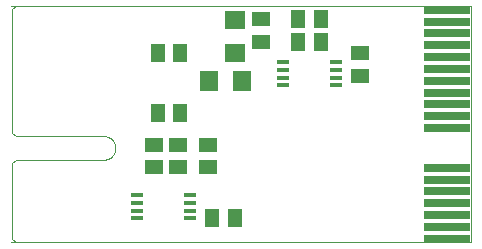
<source format=gtp>
G75*
%MOIN*%
%OFA0B0*%
%FSLAX25Y25*%
%IPPOS*%
%LPD*%
%AMOC8*
5,1,8,0,0,1.08239X$1,22.5*
%
%ADD10C,0.00000*%
%ADD11R,0.05906X0.05118*%
%ADD12R,0.05118X0.05906*%
%ADD13R,0.06299X0.07087*%
%ADD14R,0.07087X0.06299*%
%ADD15R,0.03937X0.01575*%
%ADD16R,0.15748X0.02953*%
D10*
X0011031Y0023276D02*
X0164078Y0023276D01*
X0164078Y0102026D01*
X0011031Y0102026D01*
X0011228Y0101238D02*
X0012409Y0102026D01*
X0033276Y0102026D01*
X0011228Y0101238D02*
X0011228Y0059900D01*
X0012409Y0058719D01*
X0033276Y0058719D01*
X0033472Y0058719D02*
X0041740Y0058719D01*
X0041864Y0058717D01*
X0041987Y0058711D01*
X0042111Y0058702D01*
X0042233Y0058688D01*
X0042356Y0058671D01*
X0042478Y0058649D01*
X0042599Y0058624D01*
X0042719Y0058595D01*
X0042838Y0058563D01*
X0042957Y0058526D01*
X0043074Y0058486D01*
X0043189Y0058443D01*
X0043304Y0058395D01*
X0043416Y0058344D01*
X0043527Y0058290D01*
X0043637Y0058232D01*
X0043744Y0058171D01*
X0043850Y0058106D01*
X0043953Y0058038D01*
X0044054Y0057967D01*
X0044153Y0057893D01*
X0044250Y0057816D01*
X0044344Y0057735D01*
X0044435Y0057652D01*
X0044524Y0057566D01*
X0044610Y0057477D01*
X0044693Y0057386D01*
X0044774Y0057292D01*
X0044851Y0057195D01*
X0044925Y0057096D01*
X0044996Y0056995D01*
X0045064Y0056892D01*
X0045129Y0056786D01*
X0045190Y0056679D01*
X0045248Y0056569D01*
X0045302Y0056458D01*
X0045353Y0056346D01*
X0045401Y0056231D01*
X0045444Y0056116D01*
X0045484Y0055999D01*
X0045521Y0055880D01*
X0045553Y0055761D01*
X0045582Y0055641D01*
X0045607Y0055520D01*
X0045629Y0055398D01*
X0045646Y0055275D01*
X0045660Y0055153D01*
X0045669Y0055029D01*
X0045675Y0054906D01*
X0045677Y0054782D01*
X0045675Y0054658D01*
X0045669Y0054535D01*
X0045660Y0054411D01*
X0045646Y0054289D01*
X0045629Y0054166D01*
X0045607Y0054044D01*
X0045582Y0053923D01*
X0045553Y0053803D01*
X0045521Y0053684D01*
X0045484Y0053565D01*
X0045444Y0053448D01*
X0045401Y0053333D01*
X0045353Y0053218D01*
X0045302Y0053106D01*
X0045248Y0052995D01*
X0045190Y0052885D01*
X0045129Y0052778D01*
X0045064Y0052672D01*
X0044996Y0052569D01*
X0044925Y0052468D01*
X0044851Y0052369D01*
X0044774Y0052272D01*
X0044693Y0052178D01*
X0044610Y0052087D01*
X0044524Y0051998D01*
X0044435Y0051912D01*
X0044344Y0051829D01*
X0044250Y0051748D01*
X0044153Y0051671D01*
X0044054Y0051597D01*
X0043953Y0051526D01*
X0043850Y0051458D01*
X0043744Y0051393D01*
X0043637Y0051332D01*
X0043527Y0051274D01*
X0043416Y0051220D01*
X0043304Y0051169D01*
X0043189Y0051121D01*
X0043074Y0051078D01*
X0042957Y0051038D01*
X0042838Y0051001D01*
X0042719Y0050969D01*
X0042599Y0050940D01*
X0042478Y0050915D01*
X0042356Y0050893D01*
X0042233Y0050876D01*
X0042111Y0050862D01*
X0041987Y0050853D01*
X0041864Y0050847D01*
X0041740Y0050845D01*
X0012409Y0050845D01*
X0011228Y0049664D01*
X0011228Y0024467D01*
X0012409Y0023286D01*
X0056504Y0023286D01*
D11*
X0058531Y0048286D03*
X0066656Y0048286D03*
X0076656Y0048286D03*
X0076656Y0055766D03*
X0066656Y0055766D03*
X0058531Y0055766D03*
X0094156Y0090161D03*
X0094156Y0097641D03*
X0127281Y0086391D03*
X0127281Y0078911D03*
D12*
X0114147Y0090151D03*
X0106666Y0090151D03*
X0106666Y0097651D03*
X0114147Y0097651D03*
X0067272Y0086401D03*
X0059791Y0086401D03*
X0059791Y0066401D03*
X0067272Y0066401D03*
X0077916Y0031401D03*
X0085397Y0031401D03*
D13*
X0087793Y0077026D03*
X0076770Y0077026D03*
D14*
X0085406Y0086514D03*
X0085406Y0097538D03*
D15*
X0101501Y0083360D03*
X0101501Y0080801D03*
X0101501Y0078242D03*
X0101501Y0075683D03*
X0119316Y0075683D03*
X0119316Y0078242D03*
X0119316Y0080801D03*
X0119316Y0083360D03*
X0070562Y0038993D03*
X0070562Y0036434D03*
X0070562Y0033875D03*
X0070562Y0031316D03*
X0052747Y0031316D03*
X0052747Y0033875D03*
X0052747Y0036434D03*
X0052747Y0038993D03*
D16*
X0156282Y0040308D03*
X0156282Y0036371D03*
X0156282Y0032434D03*
X0156282Y0028497D03*
X0156282Y0024560D03*
X0156282Y0044245D03*
X0156282Y0048182D03*
X0156282Y0061450D03*
X0156282Y0065387D03*
X0156282Y0069324D03*
X0156282Y0073261D03*
X0156282Y0077198D03*
X0156282Y0081135D03*
X0156282Y0085072D03*
X0156282Y0089009D03*
X0156282Y0092946D03*
X0156282Y0096883D03*
X0156282Y0100820D03*
M02*

</source>
